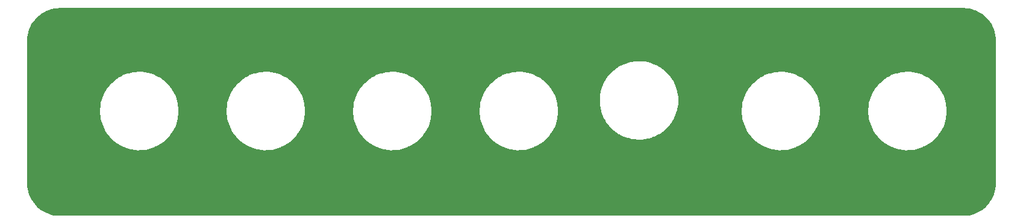
<source format=gbl>
G04 #@! TF.GenerationSoftware,KiCad,Pcbnew,6.0.6-3a73a75311~116~ubuntu22.04.1*
G04 #@! TF.CreationDate,2022-07-27T16:16:01-04:00*
G04 #@! TF.ProjectId,stereo_whooshy_sound_jack_panel,73746572-656f-45f7-9768-6f6f7368795f,0*
G04 #@! TF.SameCoordinates,Original*
G04 #@! TF.FileFunction,Copper,L2,Bot*
G04 #@! TF.FilePolarity,Positive*
%FSLAX46Y46*%
G04 Gerber Fmt 4.6, Leading zero omitted, Abs format (unit mm)*
G04 Created by KiCad (PCBNEW 6.0.6-3a73a75311~116~ubuntu22.04.1) date 2022-07-27 16:16:01*
%MOMM*%
%LPD*%
G01*
G04 APERTURE LIST*
G04 #@! TA.AperFunction,ViaPad*
%ADD10C,0.800000*%
G04 #@! TD*
G04 APERTURE END LIST*
D10*
X159131000Y-107950000D03*
G04 #@! TA.AperFunction,Conductor*
G36*
X204694018Y-82044000D02*
G01*
X204708851Y-82046310D01*
X204708855Y-82046310D01*
X204717724Y-82047691D01*
X204738183Y-82045016D01*
X204760008Y-82044072D01*
X205116937Y-82059656D01*
X205127886Y-82060614D01*
X205512379Y-82111233D01*
X205523205Y-82113142D01*
X205901822Y-82197080D01*
X205912439Y-82199925D01*
X206082702Y-82253608D01*
X206282302Y-82316542D01*
X206292615Y-82320295D01*
X206650932Y-82468715D01*
X206660876Y-82473353D01*
X207004867Y-82652423D01*
X207014387Y-82657919D01*
X207341468Y-82866292D01*
X207350472Y-82872597D01*
X207658138Y-83108678D01*
X207666558Y-83115743D01*
X207952483Y-83377744D01*
X207960256Y-83385517D01*
X208222257Y-83671442D01*
X208229322Y-83679862D01*
X208465403Y-83987528D01*
X208471708Y-83996532D01*
X208680081Y-84323613D01*
X208685577Y-84333133D01*
X208864643Y-84677115D01*
X208869289Y-84687077D01*
X209017702Y-85045377D01*
X209021461Y-85055706D01*
X209138075Y-85425561D01*
X209140920Y-85436178D01*
X209224858Y-85814795D01*
X209226767Y-85825621D01*
X209277386Y-86210114D01*
X209278344Y-86221064D01*
X209293603Y-86570552D01*
X209292223Y-86595429D01*
X209290309Y-86607724D01*
X209291473Y-86616626D01*
X209291473Y-86616628D01*
X209294436Y-86639283D01*
X209295500Y-86655621D01*
X209295500Y-106630633D01*
X209294000Y-106650018D01*
X209291690Y-106664851D01*
X209291690Y-106664855D01*
X209290309Y-106673724D01*
X209292984Y-106694183D01*
X209293928Y-106716012D01*
X209278344Y-107072936D01*
X209277386Y-107083886D01*
X209226767Y-107468379D01*
X209224858Y-107479205D01*
X209140920Y-107857822D01*
X209138075Y-107868439D01*
X209021461Y-108238294D01*
X209017702Y-108248623D01*
X208869289Y-108606923D01*
X208864643Y-108616885D01*
X208685577Y-108960867D01*
X208680081Y-108970387D01*
X208471708Y-109297468D01*
X208465403Y-109306472D01*
X208229322Y-109614138D01*
X208222257Y-109622558D01*
X207960256Y-109908483D01*
X207952483Y-109916256D01*
X207666558Y-110178257D01*
X207658138Y-110185322D01*
X207350472Y-110421403D01*
X207341468Y-110427708D01*
X207014387Y-110636081D01*
X207004868Y-110641576D01*
X206660876Y-110820647D01*
X206650932Y-110825285D01*
X206292615Y-110973705D01*
X206282302Y-110977458D01*
X206082702Y-111040392D01*
X205912439Y-111094075D01*
X205901822Y-111096920D01*
X205523205Y-111180858D01*
X205512379Y-111182767D01*
X205127886Y-111233386D01*
X205116937Y-111234344D01*
X204767446Y-111249603D01*
X204742571Y-111248223D01*
X204730276Y-111246309D01*
X204721374Y-111247473D01*
X204721372Y-111247473D01*
X204706323Y-111249441D01*
X204698714Y-111250436D01*
X204682379Y-111251500D01*
X77773367Y-111251500D01*
X77753982Y-111250000D01*
X77739149Y-111247690D01*
X77739145Y-111247690D01*
X77730276Y-111246309D01*
X77709817Y-111248984D01*
X77687992Y-111249928D01*
X77331063Y-111234344D01*
X77320114Y-111233386D01*
X76935621Y-111182767D01*
X76924795Y-111180858D01*
X76546178Y-111096920D01*
X76535561Y-111094075D01*
X76365298Y-111040392D01*
X76165698Y-110977458D01*
X76155385Y-110973705D01*
X75797068Y-110825285D01*
X75787124Y-110820647D01*
X75443132Y-110641576D01*
X75433613Y-110636081D01*
X75106532Y-110427708D01*
X75097528Y-110421403D01*
X74789862Y-110185322D01*
X74781442Y-110178257D01*
X74495517Y-109916256D01*
X74487744Y-109908483D01*
X74225743Y-109622558D01*
X74218678Y-109614138D01*
X73982597Y-109306472D01*
X73976292Y-109297468D01*
X73767919Y-108970387D01*
X73762423Y-108960867D01*
X73583357Y-108616885D01*
X73578711Y-108606923D01*
X73430298Y-108248623D01*
X73426539Y-108238294D01*
X73309925Y-107868439D01*
X73307080Y-107857822D01*
X73223142Y-107479205D01*
X73221233Y-107468379D01*
X73170614Y-107083886D01*
X73169656Y-107072936D01*
X73154561Y-106727208D01*
X73156188Y-106700805D01*
X73156769Y-106697352D01*
X73156770Y-106697345D01*
X73157576Y-106692552D01*
X73157729Y-106680000D01*
X73153773Y-106652376D01*
X73152500Y-106634514D01*
X73152500Y-96750880D01*
X83391368Y-96750880D01*
X83391588Y-96753497D01*
X83391588Y-96753503D01*
X83398186Y-96832072D01*
X83430007Y-97211021D01*
X83430449Y-97213634D01*
X83469083Y-97442047D01*
X83507015Y-97666314D01*
X83507677Y-97668891D01*
X83611855Y-98074639D01*
X83621850Y-98113568D01*
X83773707Y-98549643D01*
X83961522Y-98971482D01*
X84183977Y-99376125D01*
X84185429Y-99378311D01*
X84185433Y-99378317D01*
X84313924Y-99571711D01*
X84439511Y-99760735D01*
X84554754Y-99906136D01*
X84711629Y-100104063D01*
X84726332Y-100122614D01*
X84728145Y-100124544D01*
X84728147Y-100124547D01*
X84860725Y-100265728D01*
X85042429Y-100459222D01*
X85385583Y-100768200D01*
X85753389Y-101047380D01*
X85755620Y-101048796D01*
X85755626Y-101048800D01*
X86077538Y-101253091D01*
X86143266Y-101294803D01*
X86145593Y-101296019D01*
X86145599Y-101296023D01*
X86550142Y-101507513D01*
X86550147Y-101507515D01*
X86552480Y-101508735D01*
X86978159Y-101687674D01*
X86980667Y-101688489D01*
X86980670Y-101688490D01*
X87414804Y-101829549D01*
X87414808Y-101829550D01*
X87417319Y-101830366D01*
X87738502Y-101905699D01*
X87864303Y-101935205D01*
X87864307Y-101935206D01*
X87866879Y-101935809D01*
X87869496Y-101936196D01*
X87869499Y-101936196D01*
X88321064Y-102002878D01*
X88321068Y-102002878D01*
X88323686Y-102003265D01*
X88784535Y-102032259D01*
X88787167Y-102032204D01*
X88787174Y-102032204D01*
X88963193Y-102028516D01*
X89246194Y-102022588D01*
X89705424Y-101974321D01*
X90159005Y-101887796D01*
X90161534Y-101887090D01*
X90161542Y-101887088D01*
X90601221Y-101764328D01*
X90601232Y-101764324D01*
X90603755Y-101763620D01*
X90879857Y-101660938D01*
X91034082Y-101603583D01*
X91034088Y-101603580D01*
X91036555Y-101602663D01*
X91454368Y-101406055D01*
X91854264Y-101175175D01*
X92233438Y-100911642D01*
X92589230Y-100617305D01*
X92880198Y-100332369D01*
X92917256Y-100296079D01*
X92917258Y-100296077D01*
X92919145Y-100294229D01*
X93220869Y-99944678D01*
X93492285Y-99571107D01*
X93527603Y-99512791D01*
X93650486Y-99309885D01*
X93731489Y-99176133D01*
X93936804Y-98762529D01*
X94106789Y-98333196D01*
X94240252Y-97891144D01*
X94288042Y-97666314D01*
X94335711Y-97442047D01*
X94336258Y-97439474D01*
X94394131Y-96981355D01*
X94403791Y-96750880D01*
X101171368Y-96750880D01*
X101171588Y-96753497D01*
X101171588Y-96753503D01*
X101178186Y-96832072D01*
X101210007Y-97211021D01*
X101210449Y-97213634D01*
X101249083Y-97442047D01*
X101287015Y-97666314D01*
X101287677Y-97668891D01*
X101391855Y-98074639D01*
X101401850Y-98113568D01*
X101553707Y-98549643D01*
X101741522Y-98971482D01*
X101963977Y-99376125D01*
X101965429Y-99378311D01*
X101965433Y-99378317D01*
X102093924Y-99571711D01*
X102219511Y-99760735D01*
X102334754Y-99906136D01*
X102491629Y-100104063D01*
X102506332Y-100122614D01*
X102508145Y-100124544D01*
X102508147Y-100124547D01*
X102640725Y-100265728D01*
X102822429Y-100459222D01*
X103165583Y-100768200D01*
X103533389Y-101047380D01*
X103535620Y-101048796D01*
X103535626Y-101048800D01*
X103857538Y-101253091D01*
X103923266Y-101294803D01*
X103925593Y-101296019D01*
X103925599Y-101296023D01*
X104330142Y-101507513D01*
X104330147Y-101507515D01*
X104332480Y-101508735D01*
X104758159Y-101687674D01*
X104760667Y-101688489D01*
X104760670Y-101688490D01*
X105194804Y-101829549D01*
X105194808Y-101829550D01*
X105197319Y-101830366D01*
X105518502Y-101905699D01*
X105644303Y-101935205D01*
X105644307Y-101935206D01*
X105646879Y-101935809D01*
X105649496Y-101936196D01*
X105649499Y-101936196D01*
X106101064Y-102002878D01*
X106101068Y-102002878D01*
X106103686Y-102003265D01*
X106564535Y-102032259D01*
X106567167Y-102032204D01*
X106567174Y-102032204D01*
X106743193Y-102028516D01*
X107026194Y-102022588D01*
X107485424Y-101974321D01*
X107939005Y-101887796D01*
X107941534Y-101887090D01*
X107941542Y-101887088D01*
X108381221Y-101764328D01*
X108381232Y-101764324D01*
X108383755Y-101763620D01*
X108659857Y-101660938D01*
X108814082Y-101603583D01*
X108814088Y-101603580D01*
X108816555Y-101602663D01*
X109234368Y-101406055D01*
X109634264Y-101175175D01*
X110013438Y-100911642D01*
X110369230Y-100617305D01*
X110660198Y-100332369D01*
X110697256Y-100296079D01*
X110697258Y-100296077D01*
X110699145Y-100294229D01*
X111000869Y-99944678D01*
X111272285Y-99571107D01*
X111307603Y-99512791D01*
X111430486Y-99309885D01*
X111511489Y-99176133D01*
X111716804Y-98762529D01*
X111886789Y-98333196D01*
X112020252Y-97891144D01*
X112068042Y-97666314D01*
X112115711Y-97442047D01*
X112116258Y-97439474D01*
X112174131Y-96981355D01*
X112183791Y-96750880D01*
X118951368Y-96750880D01*
X118951588Y-96753497D01*
X118951588Y-96753503D01*
X118958186Y-96832072D01*
X118990007Y-97211021D01*
X118990449Y-97213634D01*
X119029083Y-97442047D01*
X119067015Y-97666314D01*
X119067677Y-97668891D01*
X119171855Y-98074639D01*
X119181850Y-98113568D01*
X119333707Y-98549643D01*
X119521522Y-98971482D01*
X119743977Y-99376125D01*
X119745429Y-99378311D01*
X119745433Y-99378317D01*
X119873924Y-99571711D01*
X119999511Y-99760735D01*
X120114754Y-99906136D01*
X120271629Y-100104063D01*
X120286332Y-100122614D01*
X120288145Y-100124544D01*
X120288147Y-100124547D01*
X120420725Y-100265728D01*
X120602429Y-100459222D01*
X120945583Y-100768200D01*
X121313389Y-101047380D01*
X121315620Y-101048796D01*
X121315626Y-101048800D01*
X121637538Y-101253091D01*
X121703266Y-101294803D01*
X121705593Y-101296019D01*
X121705599Y-101296023D01*
X122110142Y-101507513D01*
X122110147Y-101507515D01*
X122112480Y-101508735D01*
X122538159Y-101687674D01*
X122540667Y-101688489D01*
X122540670Y-101688490D01*
X122974804Y-101829549D01*
X122974808Y-101829550D01*
X122977319Y-101830366D01*
X123298502Y-101905699D01*
X123424303Y-101935205D01*
X123424307Y-101935206D01*
X123426879Y-101935809D01*
X123429496Y-101936196D01*
X123429499Y-101936196D01*
X123881064Y-102002878D01*
X123881068Y-102002878D01*
X123883686Y-102003265D01*
X124344535Y-102032259D01*
X124347167Y-102032204D01*
X124347174Y-102032204D01*
X124523193Y-102028516D01*
X124806194Y-102022588D01*
X125265424Y-101974321D01*
X125719005Y-101887796D01*
X125721534Y-101887090D01*
X125721542Y-101887088D01*
X126161221Y-101764328D01*
X126161232Y-101764324D01*
X126163755Y-101763620D01*
X126439857Y-101660938D01*
X126594082Y-101603583D01*
X126594088Y-101603580D01*
X126596555Y-101602663D01*
X127014368Y-101406055D01*
X127414264Y-101175175D01*
X127793438Y-100911642D01*
X128149230Y-100617305D01*
X128440198Y-100332369D01*
X128477256Y-100296079D01*
X128477258Y-100296077D01*
X128479145Y-100294229D01*
X128780869Y-99944678D01*
X129052285Y-99571107D01*
X129087603Y-99512791D01*
X129210486Y-99309885D01*
X129291489Y-99176133D01*
X129496804Y-98762529D01*
X129666789Y-98333196D01*
X129800252Y-97891144D01*
X129848042Y-97666314D01*
X129895711Y-97442047D01*
X129896258Y-97439474D01*
X129954131Y-96981355D01*
X129963791Y-96750880D01*
X136731368Y-96750880D01*
X136731588Y-96753497D01*
X136731588Y-96753503D01*
X136738186Y-96832072D01*
X136770007Y-97211021D01*
X136770449Y-97213634D01*
X136809083Y-97442047D01*
X136847015Y-97666314D01*
X136847677Y-97668891D01*
X136951855Y-98074639D01*
X136961850Y-98113568D01*
X137113707Y-98549643D01*
X137301522Y-98971482D01*
X137523977Y-99376125D01*
X137525429Y-99378311D01*
X137525433Y-99378317D01*
X137653924Y-99571711D01*
X137779511Y-99760735D01*
X137894754Y-99906136D01*
X138051629Y-100104063D01*
X138066332Y-100122614D01*
X138068145Y-100124544D01*
X138068147Y-100124547D01*
X138200725Y-100265728D01*
X138382429Y-100459222D01*
X138725583Y-100768200D01*
X139093389Y-101047380D01*
X139095620Y-101048796D01*
X139095626Y-101048800D01*
X139417538Y-101253091D01*
X139483266Y-101294803D01*
X139485593Y-101296019D01*
X139485599Y-101296023D01*
X139890142Y-101507513D01*
X139890147Y-101507515D01*
X139892480Y-101508735D01*
X140318159Y-101687674D01*
X140320667Y-101688489D01*
X140320670Y-101688490D01*
X140754804Y-101829549D01*
X140754808Y-101829550D01*
X140757319Y-101830366D01*
X141078502Y-101905699D01*
X141204303Y-101935205D01*
X141204307Y-101935206D01*
X141206879Y-101935809D01*
X141209496Y-101936196D01*
X141209499Y-101936196D01*
X141661064Y-102002878D01*
X141661068Y-102002878D01*
X141663686Y-102003265D01*
X142124535Y-102032259D01*
X142127167Y-102032204D01*
X142127174Y-102032204D01*
X142303193Y-102028516D01*
X142586194Y-102022588D01*
X143045424Y-101974321D01*
X143499005Y-101887796D01*
X143501534Y-101887090D01*
X143501542Y-101887088D01*
X143941221Y-101764328D01*
X143941232Y-101764324D01*
X143943755Y-101763620D01*
X144219857Y-101660938D01*
X144374082Y-101603583D01*
X144374088Y-101603580D01*
X144376555Y-101602663D01*
X144794368Y-101406055D01*
X145194264Y-101175175D01*
X145573438Y-100911642D01*
X145929230Y-100617305D01*
X146220198Y-100332369D01*
X146257256Y-100296079D01*
X146257258Y-100296077D01*
X146259145Y-100294229D01*
X146560869Y-99944678D01*
X146832285Y-99571107D01*
X146867603Y-99512791D01*
X146990486Y-99309885D01*
X147071489Y-99176133D01*
X147276804Y-98762529D01*
X147446789Y-98333196D01*
X147580252Y-97891144D01*
X147628042Y-97666314D01*
X147675711Y-97442047D01*
X147676258Y-97439474D01*
X147734131Y-96981355D01*
X147753468Y-96520000D01*
X147751085Y-96463154D01*
X147734242Y-96061291D01*
X147734242Y-96061289D01*
X147734131Y-96058645D01*
X147676258Y-95600526D01*
X147628599Y-95376309D01*
X147602236Y-95252280D01*
X153622368Y-95252280D01*
X153661007Y-95712421D01*
X153661449Y-95715034D01*
X153720015Y-96061291D01*
X153738015Y-96167714D01*
X153738677Y-96170291D01*
X153827787Y-96517352D01*
X153852850Y-96614968D01*
X154004707Y-97051043D01*
X154192522Y-97472882D01*
X154414977Y-97877525D01*
X154416429Y-97879711D01*
X154416433Y-97879717D01*
X154544924Y-98073111D01*
X154670511Y-98262135D01*
X154814601Y-98443932D01*
X154916943Y-98573055D01*
X154957332Y-98624014D01*
X154959145Y-98625944D01*
X154959147Y-98625947D01*
X155116609Y-98793626D01*
X155273429Y-98960622D01*
X155616583Y-99269600D01*
X155984389Y-99548780D01*
X155986620Y-99550196D01*
X155986626Y-99550200D01*
X156308538Y-99754491D01*
X156374266Y-99796203D01*
X156376593Y-99797419D01*
X156376599Y-99797423D01*
X156781142Y-100008913D01*
X156781147Y-100008915D01*
X156783480Y-100010135D01*
X157209159Y-100189074D01*
X157211667Y-100189889D01*
X157211670Y-100189890D01*
X157645804Y-100330949D01*
X157645808Y-100330950D01*
X157648319Y-100331766D01*
X157969502Y-100407099D01*
X158095303Y-100436605D01*
X158095307Y-100436606D01*
X158097879Y-100437209D01*
X158100496Y-100437596D01*
X158100499Y-100437596D01*
X158552064Y-100504278D01*
X158552068Y-100504278D01*
X158554686Y-100504665D01*
X159015535Y-100533659D01*
X159018167Y-100533604D01*
X159018174Y-100533604D01*
X159194193Y-100529916D01*
X159477194Y-100523988D01*
X159936424Y-100475721D01*
X160390005Y-100389196D01*
X160392534Y-100388490D01*
X160392542Y-100388488D01*
X160832221Y-100265728D01*
X160832232Y-100265724D01*
X160834755Y-100265020D01*
X161134085Y-100153700D01*
X161265082Y-100104983D01*
X161265088Y-100104980D01*
X161267555Y-100104063D01*
X161685368Y-99907455D01*
X162085264Y-99676575D01*
X162464438Y-99413042D01*
X162820230Y-99118705D01*
X163150145Y-98795629D01*
X163451869Y-98446078D01*
X163723285Y-98072507D01*
X163962489Y-97677533D01*
X164167804Y-97263929D01*
X164337789Y-96834596D01*
X164363064Y-96750880D01*
X173561368Y-96750880D01*
X173561588Y-96753497D01*
X173561588Y-96753503D01*
X173568186Y-96832072D01*
X173600007Y-97211021D01*
X173600449Y-97213634D01*
X173639083Y-97442047D01*
X173677015Y-97666314D01*
X173677677Y-97668891D01*
X173781855Y-98074639D01*
X173791850Y-98113568D01*
X173943707Y-98549643D01*
X174131522Y-98971482D01*
X174353977Y-99376125D01*
X174355429Y-99378311D01*
X174355433Y-99378317D01*
X174483924Y-99571711D01*
X174609511Y-99760735D01*
X174724754Y-99906136D01*
X174881629Y-100104063D01*
X174896332Y-100122614D01*
X174898145Y-100124544D01*
X174898147Y-100124547D01*
X175030725Y-100265728D01*
X175212429Y-100459222D01*
X175555583Y-100768200D01*
X175923389Y-101047380D01*
X175925620Y-101048796D01*
X175925626Y-101048800D01*
X176247538Y-101253091D01*
X176313266Y-101294803D01*
X176315593Y-101296019D01*
X176315599Y-101296023D01*
X176720142Y-101507513D01*
X176720147Y-101507515D01*
X176722480Y-101508735D01*
X177148159Y-101687674D01*
X177150667Y-101688489D01*
X177150670Y-101688490D01*
X177584804Y-101829549D01*
X177584808Y-101829550D01*
X177587319Y-101830366D01*
X177908502Y-101905699D01*
X178034303Y-101935205D01*
X178034307Y-101935206D01*
X178036879Y-101935809D01*
X178039496Y-101936196D01*
X178039499Y-101936196D01*
X178491064Y-102002878D01*
X178491068Y-102002878D01*
X178493686Y-102003265D01*
X178954535Y-102032259D01*
X178957167Y-102032204D01*
X178957174Y-102032204D01*
X179133193Y-102028516D01*
X179416194Y-102022588D01*
X179875424Y-101974321D01*
X180329005Y-101887796D01*
X180331534Y-101887090D01*
X180331542Y-101887088D01*
X180771221Y-101764328D01*
X180771232Y-101764324D01*
X180773755Y-101763620D01*
X181049857Y-101660938D01*
X181204082Y-101603583D01*
X181204088Y-101603580D01*
X181206555Y-101602663D01*
X181624368Y-101406055D01*
X182024264Y-101175175D01*
X182403438Y-100911642D01*
X182759230Y-100617305D01*
X183050198Y-100332369D01*
X183087256Y-100296079D01*
X183087258Y-100296077D01*
X183089145Y-100294229D01*
X183390869Y-99944678D01*
X183662285Y-99571107D01*
X183697603Y-99512791D01*
X183820486Y-99309885D01*
X183901489Y-99176133D01*
X184106804Y-98762529D01*
X184276789Y-98333196D01*
X184410252Y-97891144D01*
X184458042Y-97666314D01*
X184505711Y-97442047D01*
X184506258Y-97439474D01*
X184564131Y-96981355D01*
X184573791Y-96750880D01*
X191341368Y-96750880D01*
X191341588Y-96753497D01*
X191341588Y-96753503D01*
X191348186Y-96832072D01*
X191380007Y-97211021D01*
X191380449Y-97213634D01*
X191419083Y-97442047D01*
X191457015Y-97666314D01*
X191457677Y-97668891D01*
X191561855Y-98074639D01*
X191571850Y-98113568D01*
X191723707Y-98549643D01*
X191911522Y-98971482D01*
X192133977Y-99376125D01*
X192135429Y-99378311D01*
X192135433Y-99378317D01*
X192263924Y-99571711D01*
X192389511Y-99760735D01*
X192504754Y-99906136D01*
X192661629Y-100104063D01*
X192676332Y-100122614D01*
X192678145Y-100124544D01*
X192678147Y-100124547D01*
X192810725Y-100265728D01*
X192992429Y-100459222D01*
X193335583Y-100768200D01*
X193703389Y-101047380D01*
X193705620Y-101048796D01*
X193705626Y-101048800D01*
X194027538Y-101253091D01*
X194093266Y-101294803D01*
X194095593Y-101296019D01*
X194095599Y-101296023D01*
X194500142Y-101507513D01*
X194500147Y-101507515D01*
X194502480Y-101508735D01*
X194928159Y-101687674D01*
X194930667Y-101688489D01*
X194930670Y-101688490D01*
X195364804Y-101829549D01*
X195364808Y-101829550D01*
X195367319Y-101830366D01*
X195688502Y-101905699D01*
X195814303Y-101935205D01*
X195814307Y-101935206D01*
X195816879Y-101935809D01*
X195819496Y-101936196D01*
X195819499Y-101936196D01*
X196271064Y-102002878D01*
X196271068Y-102002878D01*
X196273686Y-102003265D01*
X196734535Y-102032259D01*
X196737167Y-102032204D01*
X196737174Y-102032204D01*
X196913193Y-102028516D01*
X197196194Y-102022588D01*
X197655424Y-101974321D01*
X198109005Y-101887796D01*
X198111534Y-101887090D01*
X198111542Y-101887088D01*
X198551221Y-101764328D01*
X198551232Y-101764324D01*
X198553755Y-101763620D01*
X198829857Y-101660938D01*
X198984082Y-101603583D01*
X198984088Y-101603580D01*
X198986555Y-101602663D01*
X199404368Y-101406055D01*
X199804264Y-101175175D01*
X200183438Y-100911642D01*
X200539230Y-100617305D01*
X200830198Y-100332369D01*
X200867256Y-100296079D01*
X200867258Y-100296077D01*
X200869145Y-100294229D01*
X201170869Y-99944678D01*
X201442285Y-99571107D01*
X201477603Y-99512791D01*
X201600486Y-99309885D01*
X201681489Y-99176133D01*
X201886804Y-98762529D01*
X202056789Y-98333196D01*
X202190252Y-97891144D01*
X202238042Y-97666314D01*
X202285711Y-97442047D01*
X202286258Y-97439474D01*
X202344131Y-96981355D01*
X202363468Y-96520000D01*
X202361085Y-96463154D01*
X202344242Y-96061291D01*
X202344242Y-96061289D01*
X202344131Y-96058645D01*
X202286258Y-95600526D01*
X202238599Y-95376309D01*
X202190798Y-95151423D01*
X202190796Y-95151415D01*
X202190252Y-95148856D01*
X202056789Y-94706804D01*
X201886804Y-94277471D01*
X201681489Y-93863867D01*
X201505906Y-93573944D01*
X201443651Y-93471148D01*
X201443647Y-93471142D01*
X201442285Y-93468893D01*
X201170869Y-93095322D01*
X200869145Y-92745771D01*
X200539230Y-92422695D01*
X200183438Y-92128358D01*
X199804264Y-91864825D01*
X199404368Y-91633945D01*
X198986555Y-91437337D01*
X198984088Y-91436420D01*
X198984082Y-91436417D01*
X198755773Y-91351510D01*
X198553755Y-91276380D01*
X198551232Y-91275676D01*
X198551221Y-91275672D01*
X198111542Y-91152912D01*
X198111534Y-91152910D01*
X198109005Y-91152204D01*
X197655424Y-91065679D01*
X197196194Y-91017412D01*
X196913193Y-91011484D01*
X196737174Y-91007796D01*
X196737167Y-91007796D01*
X196734535Y-91007741D01*
X196273686Y-91036735D01*
X196271068Y-91037122D01*
X196271064Y-91037122D01*
X195819499Y-91103804D01*
X195819496Y-91103804D01*
X195816879Y-91104191D01*
X195814307Y-91104794D01*
X195814303Y-91104795D01*
X195766258Y-91116064D01*
X195367319Y-91209634D01*
X195364808Y-91210450D01*
X195364804Y-91210451D01*
X195164075Y-91275672D01*
X194928159Y-91352326D01*
X194502480Y-91531265D01*
X194500147Y-91532485D01*
X194500142Y-91532487D01*
X194095599Y-91743977D01*
X194095593Y-91743981D01*
X194093266Y-91745197D01*
X194040649Y-91778589D01*
X193705626Y-91991200D01*
X193705620Y-91991204D01*
X193703389Y-91992620D01*
X193335583Y-92271800D01*
X192992429Y-92580778D01*
X192990626Y-92582698D01*
X192990625Y-92582699D01*
X192808628Y-92776506D01*
X192676332Y-92917386D01*
X192674683Y-92919467D01*
X192674680Y-92919470D01*
X192590874Y-93025207D01*
X192389511Y-93279265D01*
X192388048Y-93281467D01*
X192144700Y-93647736D01*
X192133977Y-93663875D01*
X191911522Y-94068518D01*
X191723707Y-94490357D01*
X191571850Y-94926432D01*
X191571195Y-94928983D01*
X191571192Y-94928993D01*
X191534335Y-95072544D01*
X191457015Y-95373686D01*
X191456573Y-95376301D01*
X191456571Y-95376309D01*
X191399280Y-95715034D01*
X191380007Y-95828979D01*
X191341368Y-96289120D01*
X191341368Y-96750880D01*
X184573791Y-96750880D01*
X184583468Y-96520000D01*
X184581085Y-96463154D01*
X184564242Y-96061291D01*
X184564242Y-96061289D01*
X184564131Y-96058645D01*
X184506258Y-95600526D01*
X184458599Y-95376309D01*
X184410798Y-95151423D01*
X184410796Y-95151415D01*
X184410252Y-95148856D01*
X184276789Y-94706804D01*
X184106804Y-94277471D01*
X183901489Y-93863867D01*
X183725906Y-93573944D01*
X183663651Y-93471148D01*
X183663647Y-93471142D01*
X183662285Y-93468893D01*
X183390869Y-93095322D01*
X183089145Y-92745771D01*
X182759230Y-92422695D01*
X182403438Y-92128358D01*
X182024264Y-91864825D01*
X181624368Y-91633945D01*
X181206555Y-91437337D01*
X181204088Y-91436420D01*
X181204082Y-91436417D01*
X180975773Y-91351510D01*
X180773755Y-91276380D01*
X180771232Y-91275676D01*
X180771221Y-91275672D01*
X180331542Y-91152912D01*
X180331534Y-91152910D01*
X180329005Y-91152204D01*
X179875424Y-91065679D01*
X179416194Y-91017412D01*
X179133193Y-91011484D01*
X178957174Y-91007796D01*
X178957167Y-91007796D01*
X178954535Y-91007741D01*
X178493686Y-91036735D01*
X178491068Y-91037122D01*
X178491064Y-91037122D01*
X178039499Y-91103804D01*
X178039496Y-91103804D01*
X178036879Y-91104191D01*
X178034307Y-91104794D01*
X178034303Y-91104795D01*
X177986258Y-91116064D01*
X177587319Y-91209634D01*
X177584808Y-91210450D01*
X177584804Y-91210451D01*
X177384075Y-91275672D01*
X177148159Y-91352326D01*
X176722480Y-91531265D01*
X176720147Y-91532485D01*
X176720142Y-91532487D01*
X176315599Y-91743977D01*
X176315593Y-91743981D01*
X176313266Y-91745197D01*
X176260649Y-91778589D01*
X175925626Y-91991200D01*
X175925620Y-91991204D01*
X175923389Y-91992620D01*
X175555583Y-92271800D01*
X175212429Y-92580778D01*
X175210626Y-92582698D01*
X175210625Y-92582699D01*
X175028628Y-92776506D01*
X174896332Y-92917386D01*
X174894683Y-92919467D01*
X174894680Y-92919470D01*
X174810874Y-93025207D01*
X174609511Y-93279265D01*
X174608048Y-93281467D01*
X174364700Y-93647736D01*
X174353977Y-93663875D01*
X174131522Y-94068518D01*
X173943707Y-94490357D01*
X173791850Y-94926432D01*
X173791195Y-94928983D01*
X173791192Y-94928993D01*
X173754335Y-95072544D01*
X173677015Y-95373686D01*
X173676573Y-95376301D01*
X173676571Y-95376309D01*
X173619280Y-95715034D01*
X173600007Y-95828979D01*
X173561368Y-96289120D01*
X173561368Y-96750880D01*
X164363064Y-96750880D01*
X164471252Y-96392544D01*
X164519042Y-96167714D01*
X164566711Y-95943447D01*
X164567258Y-95940874D01*
X164625131Y-95482755D01*
X164629703Y-95373686D01*
X164644357Y-95024048D01*
X164644468Y-95021400D01*
X164625131Y-94560045D01*
X164567258Y-94101926D01*
X164519599Y-93877709D01*
X164471798Y-93652823D01*
X164471796Y-93652815D01*
X164471252Y-93650256D01*
X164337789Y-93208204D01*
X164167804Y-92778871D01*
X163962489Y-92365267D01*
X163777671Y-92060095D01*
X163724651Y-91972548D01*
X163724647Y-91972542D01*
X163723285Y-91970293D01*
X163451869Y-91596722D01*
X163150145Y-91247171D01*
X163111814Y-91209634D01*
X162905647Y-91007741D01*
X162820230Y-90924095D01*
X162464438Y-90629758D01*
X162085264Y-90366225D01*
X161685368Y-90135345D01*
X161267555Y-89938737D01*
X161265088Y-89937820D01*
X161265082Y-89937817D01*
X161036773Y-89852910D01*
X160834755Y-89777780D01*
X160832232Y-89777076D01*
X160832221Y-89777072D01*
X160392542Y-89654312D01*
X160392534Y-89654310D01*
X160390005Y-89653604D01*
X159936424Y-89567079D01*
X159477194Y-89518812D01*
X159194193Y-89512884D01*
X159018174Y-89509196D01*
X159018167Y-89509196D01*
X159015535Y-89509141D01*
X158554686Y-89538135D01*
X158552068Y-89538522D01*
X158552064Y-89538522D01*
X158100499Y-89605204D01*
X158100496Y-89605204D01*
X158097879Y-89605591D01*
X158095307Y-89606194D01*
X158095303Y-89606195D01*
X157969502Y-89635701D01*
X157648319Y-89711034D01*
X157645808Y-89711850D01*
X157645804Y-89711851D01*
X157445075Y-89777072D01*
X157209159Y-89853726D01*
X156783480Y-90032665D01*
X156781147Y-90033885D01*
X156781142Y-90033887D01*
X156376599Y-90245377D01*
X156376593Y-90245381D01*
X156374266Y-90246597D01*
X156372038Y-90248011D01*
X155986626Y-90492600D01*
X155986620Y-90492604D01*
X155984389Y-90494020D01*
X155616583Y-90773200D01*
X155273429Y-91082178D01*
X155271626Y-91084098D01*
X155271625Y-91084099D01*
X155018784Y-91353347D01*
X154957332Y-91418786D01*
X154955683Y-91420867D01*
X154955680Y-91420870D01*
X154941735Y-91438464D01*
X154670511Y-91780665D01*
X154669048Y-91782867D01*
X154439505Y-92128358D01*
X154414977Y-92165275D01*
X154192522Y-92569918D01*
X154004707Y-92991757D01*
X153852850Y-93427832D01*
X153852195Y-93430383D01*
X153852192Y-93430393D01*
X153842307Y-93468893D01*
X153738015Y-93875086D01*
X153737573Y-93877701D01*
X153737571Y-93877709D01*
X153681267Y-94210598D01*
X153661007Y-94330379D01*
X153622368Y-94790520D01*
X153622368Y-95252280D01*
X147602236Y-95252280D01*
X147580798Y-95151423D01*
X147580796Y-95151415D01*
X147580252Y-95148856D01*
X147446789Y-94706804D01*
X147276804Y-94277471D01*
X147071489Y-93863867D01*
X146895906Y-93573944D01*
X146833651Y-93471148D01*
X146833647Y-93471142D01*
X146832285Y-93468893D01*
X146560869Y-93095322D01*
X146259145Y-92745771D01*
X145929230Y-92422695D01*
X145573438Y-92128358D01*
X145194264Y-91864825D01*
X144794368Y-91633945D01*
X144376555Y-91437337D01*
X144374088Y-91436420D01*
X144374082Y-91436417D01*
X144145773Y-91351510D01*
X143943755Y-91276380D01*
X143941232Y-91275676D01*
X143941221Y-91275672D01*
X143501542Y-91152912D01*
X143501534Y-91152910D01*
X143499005Y-91152204D01*
X143045424Y-91065679D01*
X142586194Y-91017412D01*
X142303193Y-91011484D01*
X142127174Y-91007796D01*
X142127167Y-91007796D01*
X142124535Y-91007741D01*
X141663686Y-91036735D01*
X141661068Y-91037122D01*
X141661064Y-91037122D01*
X141209499Y-91103804D01*
X141209496Y-91103804D01*
X141206879Y-91104191D01*
X141204307Y-91104794D01*
X141204303Y-91104795D01*
X141156258Y-91116064D01*
X140757319Y-91209634D01*
X140754808Y-91210450D01*
X140754804Y-91210451D01*
X140554075Y-91275672D01*
X140318159Y-91352326D01*
X139892480Y-91531265D01*
X139890147Y-91532485D01*
X139890142Y-91532487D01*
X139485599Y-91743977D01*
X139485593Y-91743981D01*
X139483266Y-91745197D01*
X139430649Y-91778589D01*
X139095626Y-91991200D01*
X139095620Y-91991204D01*
X139093389Y-91992620D01*
X138725583Y-92271800D01*
X138382429Y-92580778D01*
X138380626Y-92582698D01*
X138380625Y-92582699D01*
X138198628Y-92776506D01*
X138066332Y-92917386D01*
X138064683Y-92919467D01*
X138064680Y-92919470D01*
X137980874Y-93025207D01*
X137779511Y-93279265D01*
X137778048Y-93281467D01*
X137534700Y-93647736D01*
X137523977Y-93663875D01*
X137301522Y-94068518D01*
X137113707Y-94490357D01*
X136961850Y-94926432D01*
X136961195Y-94928983D01*
X136961192Y-94928993D01*
X136924335Y-95072544D01*
X136847015Y-95373686D01*
X136846573Y-95376301D01*
X136846571Y-95376309D01*
X136789280Y-95715034D01*
X136770007Y-95828979D01*
X136731368Y-96289120D01*
X136731368Y-96750880D01*
X129963791Y-96750880D01*
X129973468Y-96520000D01*
X129971085Y-96463154D01*
X129954242Y-96061291D01*
X129954242Y-96061289D01*
X129954131Y-96058645D01*
X129896258Y-95600526D01*
X129848599Y-95376309D01*
X129800798Y-95151423D01*
X129800796Y-95151415D01*
X129800252Y-95148856D01*
X129666789Y-94706804D01*
X129496804Y-94277471D01*
X129291489Y-93863867D01*
X129115906Y-93573944D01*
X129053651Y-93471148D01*
X129053647Y-93471142D01*
X129052285Y-93468893D01*
X128780869Y-93095322D01*
X128479145Y-92745771D01*
X128149230Y-92422695D01*
X127793438Y-92128358D01*
X127414264Y-91864825D01*
X127014368Y-91633945D01*
X126596555Y-91437337D01*
X126594088Y-91436420D01*
X126594082Y-91436417D01*
X126365773Y-91351510D01*
X126163755Y-91276380D01*
X126161232Y-91275676D01*
X126161221Y-91275672D01*
X125721542Y-91152912D01*
X125721534Y-91152910D01*
X125719005Y-91152204D01*
X125265424Y-91065679D01*
X124806194Y-91017412D01*
X124523193Y-91011484D01*
X124347174Y-91007796D01*
X124347167Y-91007796D01*
X124344535Y-91007741D01*
X123883686Y-91036735D01*
X123881068Y-91037122D01*
X123881064Y-91037122D01*
X123429499Y-91103804D01*
X123429496Y-91103804D01*
X123426879Y-91104191D01*
X123424307Y-91104794D01*
X123424303Y-91104795D01*
X123376258Y-91116064D01*
X122977319Y-91209634D01*
X122974808Y-91210450D01*
X122974804Y-91210451D01*
X122774075Y-91275672D01*
X122538159Y-91352326D01*
X122112480Y-91531265D01*
X122110147Y-91532485D01*
X122110142Y-91532487D01*
X121705599Y-91743977D01*
X121705593Y-91743981D01*
X121703266Y-91745197D01*
X121650649Y-91778589D01*
X121315626Y-91991200D01*
X121315620Y-91991204D01*
X121313389Y-91992620D01*
X120945583Y-92271800D01*
X120602429Y-92580778D01*
X120600626Y-92582698D01*
X120600625Y-92582699D01*
X120418628Y-92776506D01*
X120286332Y-92917386D01*
X120284683Y-92919467D01*
X120284680Y-92919470D01*
X120200874Y-93025207D01*
X119999511Y-93279265D01*
X119998048Y-93281467D01*
X119754700Y-93647736D01*
X119743977Y-93663875D01*
X119521522Y-94068518D01*
X119333707Y-94490357D01*
X119181850Y-94926432D01*
X119181195Y-94928983D01*
X119181192Y-94928993D01*
X119144335Y-95072544D01*
X119067015Y-95373686D01*
X119066573Y-95376301D01*
X119066571Y-95376309D01*
X119009280Y-95715034D01*
X118990007Y-95828979D01*
X118951368Y-96289120D01*
X118951368Y-96750880D01*
X112183791Y-96750880D01*
X112193468Y-96520000D01*
X112191085Y-96463154D01*
X112174242Y-96061291D01*
X112174242Y-96061289D01*
X112174131Y-96058645D01*
X112116258Y-95600526D01*
X112068599Y-95376309D01*
X112020798Y-95151423D01*
X112020796Y-95151415D01*
X112020252Y-95148856D01*
X111886789Y-94706804D01*
X111716804Y-94277471D01*
X111511489Y-93863867D01*
X111335906Y-93573944D01*
X111273651Y-93471148D01*
X111273647Y-93471142D01*
X111272285Y-93468893D01*
X111000869Y-93095322D01*
X110699145Y-92745771D01*
X110369230Y-92422695D01*
X110013438Y-92128358D01*
X109634264Y-91864825D01*
X109234368Y-91633945D01*
X108816555Y-91437337D01*
X108814088Y-91436420D01*
X108814082Y-91436417D01*
X108585773Y-91351510D01*
X108383755Y-91276380D01*
X108381232Y-91275676D01*
X108381221Y-91275672D01*
X107941542Y-91152912D01*
X107941534Y-91152910D01*
X107939005Y-91152204D01*
X107485424Y-91065679D01*
X107026194Y-91017412D01*
X106743193Y-91011484D01*
X106567174Y-91007796D01*
X106567167Y-91007796D01*
X106564535Y-91007741D01*
X106103686Y-91036735D01*
X106101068Y-91037122D01*
X106101064Y-91037122D01*
X105649499Y-91103804D01*
X105649496Y-91103804D01*
X105646879Y-91104191D01*
X105644307Y-91104794D01*
X105644303Y-91104795D01*
X105596258Y-91116064D01*
X105197319Y-91209634D01*
X105194808Y-91210450D01*
X105194804Y-91210451D01*
X104994075Y-91275672D01*
X104758159Y-91352326D01*
X104332480Y-91531265D01*
X104330147Y-91532485D01*
X104330142Y-91532487D01*
X103925599Y-91743977D01*
X103925593Y-91743981D01*
X103923266Y-91745197D01*
X103870649Y-91778589D01*
X103535626Y-91991200D01*
X103535620Y-91991204D01*
X103533389Y-91992620D01*
X103165583Y-92271800D01*
X102822429Y-92580778D01*
X102820626Y-92582698D01*
X102820625Y-92582699D01*
X102638628Y-92776506D01*
X102506332Y-92917386D01*
X102504683Y-92919467D01*
X102504680Y-92919470D01*
X102420874Y-93025207D01*
X102219511Y-93279265D01*
X102218048Y-93281467D01*
X101974700Y-93647736D01*
X101963977Y-93663875D01*
X101741522Y-94068518D01*
X101553707Y-94490357D01*
X101401850Y-94926432D01*
X101401195Y-94928983D01*
X101401192Y-94928993D01*
X101364335Y-95072544D01*
X101287015Y-95373686D01*
X101286573Y-95376301D01*
X101286571Y-95376309D01*
X101229280Y-95715034D01*
X101210007Y-95828979D01*
X101171368Y-96289120D01*
X101171368Y-96750880D01*
X94403791Y-96750880D01*
X94413468Y-96520000D01*
X94411085Y-96463154D01*
X94394242Y-96061291D01*
X94394242Y-96061289D01*
X94394131Y-96058645D01*
X94336258Y-95600526D01*
X94288599Y-95376309D01*
X94240798Y-95151423D01*
X94240796Y-95151415D01*
X94240252Y-95148856D01*
X94106789Y-94706804D01*
X93936804Y-94277471D01*
X93731489Y-93863867D01*
X93555906Y-93573944D01*
X93493651Y-93471148D01*
X93493647Y-93471142D01*
X93492285Y-93468893D01*
X93220869Y-93095322D01*
X92919145Y-92745771D01*
X92589230Y-92422695D01*
X92233438Y-92128358D01*
X91854264Y-91864825D01*
X91454368Y-91633945D01*
X91036555Y-91437337D01*
X91034088Y-91436420D01*
X91034082Y-91436417D01*
X90805773Y-91351510D01*
X90603755Y-91276380D01*
X90601232Y-91275676D01*
X90601221Y-91275672D01*
X90161542Y-91152912D01*
X90161534Y-91152910D01*
X90159005Y-91152204D01*
X89705424Y-91065679D01*
X89246194Y-91017412D01*
X88963193Y-91011484D01*
X88787174Y-91007796D01*
X88787167Y-91007796D01*
X88784535Y-91007741D01*
X88323686Y-91036735D01*
X88321068Y-91037122D01*
X88321064Y-91037122D01*
X87869499Y-91103804D01*
X87869496Y-91103804D01*
X87866879Y-91104191D01*
X87864307Y-91104794D01*
X87864303Y-91104795D01*
X87816258Y-91116064D01*
X87417319Y-91209634D01*
X87414808Y-91210450D01*
X87414804Y-91210451D01*
X87214075Y-91275672D01*
X86978159Y-91352326D01*
X86552480Y-91531265D01*
X86550147Y-91532485D01*
X86550142Y-91532487D01*
X86145599Y-91743977D01*
X86145593Y-91743981D01*
X86143266Y-91745197D01*
X86090649Y-91778589D01*
X85755626Y-91991200D01*
X85755620Y-91991204D01*
X85753389Y-91992620D01*
X85385583Y-92271800D01*
X85042429Y-92580778D01*
X85040626Y-92582698D01*
X85040625Y-92582699D01*
X84858628Y-92776506D01*
X84726332Y-92917386D01*
X84724683Y-92919467D01*
X84724680Y-92919470D01*
X84640874Y-93025207D01*
X84439511Y-93279265D01*
X84438048Y-93281467D01*
X84194700Y-93647736D01*
X84183977Y-93663875D01*
X83961522Y-94068518D01*
X83773707Y-94490357D01*
X83621850Y-94926432D01*
X83621195Y-94928983D01*
X83621192Y-94928993D01*
X83584335Y-95072544D01*
X83507015Y-95373686D01*
X83506573Y-95376301D01*
X83506571Y-95376309D01*
X83449280Y-95715034D01*
X83430007Y-95828979D01*
X83391368Y-96289120D01*
X83391368Y-96750880D01*
X73152500Y-96750880D01*
X73152500Y-86667250D01*
X73154246Y-86646345D01*
X73156770Y-86631344D01*
X73156770Y-86631341D01*
X73157576Y-86626552D01*
X73157729Y-86614000D01*
X73157039Y-86609184D01*
X73157039Y-86609178D01*
X73155387Y-86597644D01*
X73154234Y-86574284D01*
X73169656Y-86221064D01*
X73170614Y-86210114D01*
X73221233Y-85825621D01*
X73223142Y-85814795D01*
X73307080Y-85436178D01*
X73309925Y-85425561D01*
X73426539Y-85055706D01*
X73430298Y-85045377D01*
X73578711Y-84687077D01*
X73583357Y-84677115D01*
X73762423Y-84333133D01*
X73767919Y-84323613D01*
X73976292Y-83996532D01*
X73982597Y-83987528D01*
X74218678Y-83679862D01*
X74225743Y-83671442D01*
X74487744Y-83385517D01*
X74495517Y-83377744D01*
X74781442Y-83115743D01*
X74789862Y-83108678D01*
X75097528Y-82872597D01*
X75106532Y-82866292D01*
X75433613Y-82657919D01*
X75443133Y-82652423D01*
X75787124Y-82473353D01*
X75797068Y-82468715D01*
X76155385Y-82320295D01*
X76165698Y-82316542D01*
X76365298Y-82253608D01*
X76535561Y-82199925D01*
X76546178Y-82197080D01*
X76924795Y-82113142D01*
X76935621Y-82111233D01*
X77320114Y-82060614D01*
X77331063Y-82059656D01*
X77680554Y-82044397D01*
X77705429Y-82045777D01*
X77717724Y-82047691D01*
X77726626Y-82046527D01*
X77726628Y-82046527D01*
X77745399Y-82044072D01*
X77749286Y-82043564D01*
X77765621Y-82042500D01*
X204674633Y-82042500D01*
X204694018Y-82044000D01*
G37*
G04 #@! TD.AperFunction*
M02*

</source>
